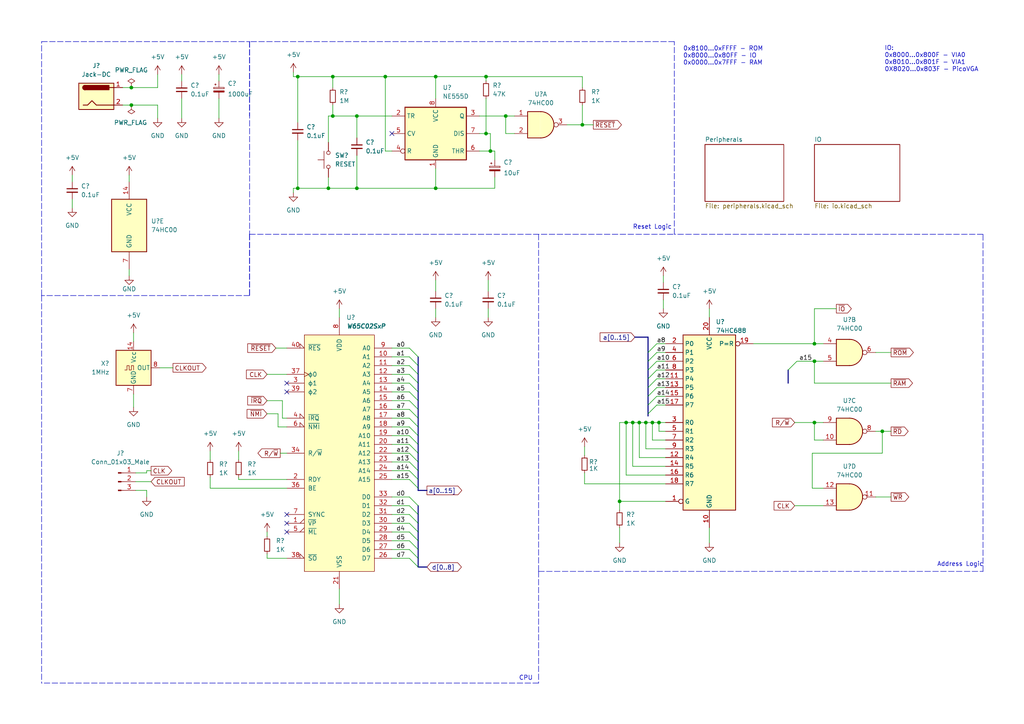
<source format=kicad_sch>
(kicad_sch (version 20211123) (generator eeschema)
  (paper "A4")
  (lib_symbols
    (symbol "65xx:W65C02SxP" (pin_names (offset 1.016))
      (property "Reference" "U" (at -10.16 35.56 0))
      (property "Value" "W65C02SxP" (at 0 0 90))
      (symbol "W65C02SxP_0_1"
        (rectangle (start -10.16 34.29) (end 10.16 -34.29) (fill (type background)))
      )
      (symbol "W65C02SxP_1_1"
        (pin output output_low (at -15.24 -20.32 0) (length 5.08) (name "~{VP}") (number "1"))
        (pin tri_state line (at 15.24 27.94 180) (length 5.08) (name "A1") (number "10"))
        (pin tri_state line (at 15.24 25.4 180) (length 5.08) (name "A2") (number "11"))
        (pin tri_state line (at 15.24 22.86 180) (length 5.08) (name "A3") (number "12"))
        (pin tri_state line (at 15.24 20.32 180) (length 5.08) (name "A4") (number "13"))
        (pin tri_state line (at 15.24 17.78 180) (length 5.08) (name "A5") (number "14"))
        (pin tri_state line (at 15.24 15.24 180) (length 5.08) (name "A6") (number "15"))
        (pin tri_state line (at 15.24 12.7 180) (length 5.08) (name "A7") (number "16"))
        (pin tri_state line (at 15.24 10.16 180) (length 5.08) (name "A8") (number "17"))
        (pin tri_state line (at 15.24 7.62 180) (length 5.08) (name "A9") (number "18"))
        (pin tri_state line (at 15.24 5.08 180) (length 5.08) (name "A10") (number "19"))
        (pin open_collector line (at -15.24 -7.62 0) (length 5.08) (name "RDY") (number "2"))
        (pin tri_state line (at 15.24 2.54 180) (length 5.08) (name "A11") (number "20"))
        (pin power_in line (at 0 -39.37 90) (length 5.08) (name "VSS") (number "21"))
        (pin tri_state line (at 15.24 0 180) (length 5.08) (name "A12") (number "22"))
        (pin tri_state line (at 15.24 -2.54 180) (length 5.08) (name "A13") (number "23"))
        (pin tri_state line (at 15.24 -5.08 180) (length 5.08) (name "A14") (number "24"))
        (pin tri_state line (at 15.24 -7.62 180) (length 5.08) (name "A15") (number "25"))
        (pin bidirectional line (at 15.24 -30.48 180) (length 5.08) (name "D7") (number "26"))
        (pin bidirectional line (at 15.24 -27.94 180) (length 5.08) (name "D6") (number "27"))
        (pin bidirectional line (at 15.24 -25.4 180) (length 5.08) (name "D5") (number "28"))
        (pin bidirectional line (at 15.24 -22.86 180) (length 5.08) (name "D4") (number "29"))
        (pin output line (at -15.24 20.32 0) (length 5.08) (name "ϕ1") (number "3"))
        (pin bidirectional line (at 15.24 -20.32 180) (length 5.08) (name "D3") (number "30"))
        (pin bidirectional line (at 15.24 -17.78 180) (length 5.08) (name "D2") (number "31"))
        (pin bidirectional line (at 15.24 -15.24 180) (length 5.08) (name "D1") (number "32"))
        (pin bidirectional line (at 15.24 -12.7 180) (length 5.08) (name "D0") (number "33"))
        (pin tri_state line (at -15.24 0 0) (length 5.08) (name "R/~{W}") (number "34"))
        (pin no_connect non_logic (at -10.16 -27.94 0) (length 2.54) hide (name "nc") (number "35"))
        (pin input line (at -15.24 -10.16 0) (length 5.08) (name "BE") (number "36"))
        (pin input clock (at -15.24 22.86 0) (length 5.08) (name "ϕ0") (number "37"))
        (pin input input_low (at -15.24 -30.48 0) (length 5.08) (name "~{SO}") (number "38"))
        (pin output line (at -15.24 17.78 0) (length 5.08) (name "ϕ2") (number "39"))
        (pin input input_low (at -15.24 10.16 0) (length 5.08) (name "~{IRQ}") (number "4"))
        (pin input input_low (at -15.24 30.48 0) (length 5.08) (name "~{RES}") (number "40"))
        (pin output output_low (at -15.24 -22.86 0) (length 5.08) (name "~{ML}") (number "5"))
        (pin input input_low (at -15.24 7.62 0) (length 5.08) (name "~{NMI}") (number "6"))
        (pin output line (at -15.24 -17.78 0) (length 5.08) (name "SYNC") (number "7"))
        (pin power_in line (at 0 39.37 270) (length 5.08) (name "VDD") (number "8"))
        (pin tri_state line (at 15.24 30.48 180) (length 5.08) (name "A0") (number "9"))
      )
    )
    (symbol "74xx:74HC00" (pin_names (offset 1.016))
      (property "Reference" "U" (at 0 1.27 0))
      (property "Value" "74HC00" (at 0 -1.27 0))
      (symbol "74HC00_1_1"
        (arc (start 0 -3.81) (mid 3.81 0) (end 0 3.81) (stroke (width 0.254)) (fill (type background)))
        (polyline (pts (xy 0 3.81) (xy -3.81 3.81) (xy -3.81 -3.81) (xy 0 -3.81)) (stroke (width 0.254)) (fill (type background)))
        (pin input line (at -7.62 2.54 0) (length 3.81) (name "~") (number "1"))
        (pin input line (at -7.62 -2.54 0) (length 3.81) (name "~") (number "2"))
        (pin output inverted (at 7.62 0 180) (length 3.81) (name "~") (number "3"))
      )
      (symbol "74HC00_1_2"
        (arc (start -3.81 -3.81) (mid -2.589 0) (end -3.81 3.81) (stroke (width 0.254)))
        (arc (start -0.6096 -3.81) (mid 2.1842 -2.5851) (end 3.81 0) (stroke (width 0.254)) (fill (type background)))
        (polyline (pts (xy -3.81 -3.81) (xy -0.635 -3.81)) (stroke (width 0.254)) (fill (type background)))
        (polyline (pts (xy -3.81 3.81) (xy -0.635 3.81)) (stroke (width 0.254)) (fill (type background)))
        (polyline (pts (xy -0.635 3.81) (xy -3.81 3.81) (xy -3.81 3.81) (xy -3.556 3.4036) (xy -3.0226 2.2606) (xy -2.6924 1.0414) (xy -2.6162 -0.254) (xy -2.7686 -1.4986) (xy -3.175 -2.7178) (xy -3.81 -3.81) (xy -3.81 -3.81) (xy -0.635 -3.81)) (stroke (width -25.4)) (fill (type background)))
        (arc (start 3.81 0) (mid 2.1915 2.5936) (end -0.6096 3.81) (stroke (width 0.254)) (fill (type background)))
        (pin input inverted (at -7.62 2.54 0) (length 4.318) (name "~") (number "1"))
        (pin input inverted (at -7.62 -2.54 0) (length 4.318) (name "~") (number "2"))
        (pin output line (at 7.62 0 180) (length 3.81) (name "~") (number "3"))
      )
      (symbol "74HC00_2_1"
        (arc (start 0 -3.81) (mid 3.81 0) (end 0 3.81) (stroke (width 0.254)) (fill (type background)))
        (polyline (pts (xy 0 3.81) (xy -3.81 3.81) (xy -3.81 -3.81) (xy 0 -3.81)) (stroke (width 0.254)) (fill (type background)))
        (pin input line (at -7.62 2.54 0) (length 3.81) (name "~") (number "4"))
        (pin input line (at -7.62 -2.54 0) (length 3.81) (name "~") (number "5"))
        (pin output inverted (at 7.62 0 180) (length 3.81) (name "~") (number "6"))
      )
      (symbol "74HC00_2_2"
        (arc (start -3.81 -3.81) (mid -2.589 0) (end -3.81 3.81) (stroke (width 0.254)))
        (arc (start -0.6096 -3.81) (mid 2.1842 -2.5851) (end 3.81 0) (stroke (width 0.254)) (fill (type background)))
        (polyline (pts (xy -3.81 -3.81) (xy -0.635 -3.81)) (stroke (width 0.254)) (fill (type background)))
        (polyline (pts (xy -3.81 3.81) (xy -0.635 3.81)) (stroke (width 0.254)) (fill (type background)))
        (polyline (pts (xy -0.635 3.81) (xy -3.81 3.81) (xy -3.81 3.81) (xy -3.556 3.4036) (xy -3.0226 2.2606) (xy -2.6924 1.0414) (xy -2.6162 -0.254) (xy -2.7686 -1.4986) (xy -3.175 -2.7178) (xy -3.81 -3.81) (xy -3.81 -3.81) (xy -0.635 -3.81)) (stroke (width -25.4)) (fill (type background)))
        (arc (start 3.81 0) (mid 2.1915 2.5936) (end -0.6096 3.81) (stroke (width 0.254)) (fill (type background)))
        (pin input inverted (at -7.62 2.54 0) (length 4.318) (name "~") (number "4"))
        (pin input inverted (at -7.62 -2.54 0) (length 4.318) (name "~") (number "5"))
        (pin output line (at 7.62 0 180) (length 3.81) (name "~") (number "6"))
      )
      (symbol "74HC00_3_1"
        (arc (start 0 -3.81) (mid 3.81 0) (end 0 3.81) (stroke (width 0.254)) (fill (type background)))
        (polyline (pts (xy 0 3.81) (xy -3.81 3.81) (xy -3.81 -3.81) (xy 0 -3.81)) (stroke (width 0.254)) (fill (type background)))
        (pin input line (at -7.62 -2.54 0) (length 3.81) (name "~") (number "10"))
        (pin output inverted (at 7.62 0 180) (length 3.81) (name "~") (number "8"))
        (pin input line (at -7.62 2.54 0) (length 3.81) (name "~") (number "9"))
      )
      (symbol "74HC00_3_2"
        (arc (start -3.81 -3.81) (mid -2.589 0) (end -3.81 3.81) (stroke (width 0.254)))
        (arc (start -0.6096 -3.81) (mid 2.1842 -2.5851) (end 3.81 0) (stroke (width 0.254)) (fill (type background)))
        (polyline (pts (xy -3.81 -3.81) (xy -0.635 -3.81)) (stroke (width 0.254)) (fill (type background)))
        (polyline (pts (xy -3.81 3.81) (xy -0.635 3.81)) (stroke (width 0.254)) (fill (type background)))
        (polyline (pts (xy -0.635 3.81) (xy -3.81 3.81) (xy -3.81 3.81) (xy -3.556 3.4036) (xy -3.0226 2.2606) (xy -2.6924 1.0414) (xy -2.6162 -0.254) (xy -2.7686 -1.4986) (xy -3.175 -2.7178) (xy -3.81 -3.81) (xy -3.81 -3.81) (xy -0.635 -3.81)) (stroke (width -25.4)) (fill (type background)))
        (arc (start 3.81 0) (mid 2.1915 2.5936) (end -0.6096 3.81) (stroke (width 0.254)) (fill (type background)))
        (pin input inverted (at -7.62 -2.54 0) (length 4.318) (name "~") (number "10"))
        (pin output line (at 7.62 0 180) (length 3.81) (name "~") (number "8"))
        (pin input inverted (at -7.62 2.54 0) (length 4.318) (name "~") (number "9"))
      )
      (symbol "74HC00_4_1"
        (arc (start 0 -3.81) (mid 3.81 0) (end 0 3.81) (stroke (width 0.254)) (fill (type background)))
        (polyline (pts (xy 0 3.81) (xy -3.81 3.81) (xy -3.81 -3.81) (xy 0 -3.81)) (stroke (width 0.254)) (fill (type background)))
        (pin output inverted (at 7.62 0 180) (length 3.81) (name "~") (number "11"))
        (pin input line (at -7.62 2.54 0) (length 3.81) (name "~") (number "12"))
        (pin input line (at -7.62 -2.54 0) (length 3.81) (name "~") (number "13"))
      )
      (symbol "74HC00_4_2"
        (arc (start -3.81 -3.81) (mid -2.589 0) (end -3.81 3.81) (stroke (width 0.254)))
        (arc (start -0.6096 -3.81) (mid 2.1842 -2.5851) (end 3.81 0) (stroke (width 0.254)) (fill (type background)))
        (polyline (pts (xy -3.81 -3.81) (xy -0.635 -3.81)) (stroke (width 0.254)) (fill (type background)))
        (polyline (pts (xy -3.81 3.81) (xy -0.635 3.81)) (stroke (width 0.254)) (fill (type background)))
        (polyline (pts (xy -0.635 3.81) (xy -3.81 3.81) (xy -3.81 3.81) (xy -3.556 3.4036) (xy -3.0226 2.2606) (xy -2.6924 1.0414) (xy -2.6162 -0.254) (xy -2.7686 -1.4986) (xy -3.175 -2.7178) (xy -3.81 -3.81) (xy -3.81 -3.81) (xy -0.635 -3.81)) (stroke (width -25.4)) (fill (type background)))
        (arc (start 3.81 0) (mid 2.1915 2.5936) (end -0.6096 3.81) (stroke (width 0.254)) (fill (type background)))
        (pin output line (at 7.62 0 180) (length 3.81) (name "~") (number "11"))
        (pin input inverted (at -7.62 2.54 0) (length 4.318) (name "~") (number "12"))
        (pin input inverted (at -7.62 -2.54 0) (length 4.318) (name "~") (number "13"))
      )
      (symbol "74HC00_5_0"
        (pin power_in line (at 0 12.7 270) (length 5.08) (name "VCC") (number "14"))
        (pin power_in line (at 0 -12.7 90) (length 5.08) (name "GND") (number "7"))
      )
      (symbol "74HC00_5_1"
        (rectangle (start -5.08 7.62) (end 5.08 -7.62) (stroke (width 0.254)) (fill (type background)))
      )
    )
    (symbol "74xx:74HC688"
      (property "Reference" "U" (at -7.62 26.67 0))
      (property "Value" "74HC688" (at -7.62 -26.67 0))
      (symbol "74HC688_1_0"
        (pin input inverted (at -12.7 -22.86 0) (length 5.08) (name "G") (number "1"))
        (pin power_in line (at 0 -30.48 90) (length 5.08) (name "GND") (number "10"))
        (pin input line (at -12.7 12.7 0) (length 5.08) (name "P4") (number "11"))
        (pin input line (at -12.7 -10.16 0) (length 5.08) (name "R4") (number "12"))
        (pin input line (at -12.7 10.16 0) (length 5.08) (name "P5") (number "13"))
        (pin input line (at -12.7 -12.7 0) (length 5.08) (name "R5") (number "14"))
        (pin input line (at -12.7 7.62 0) (length 5.08) (name "P6") (number "15"))
        (pin input line (at -12.7 -15.24 0) (length 5.08) (name "R6") (number "16"))
        (pin input line (at -12.7 5.08 0) (length 5.08) (name "P7") (number "17"))
        (pin input line (at -12.7 -17.78 0) (length 5.08) (name "R7") (number "18"))
        (pin output inverted (at 12.7 22.86 180) (length 5.08) (name "P=R") (number "19"))
        (pin input line (at -12.7 22.86 0) (length 5.08) (name "P0") (number "2"))
        (pin power_in line (at 0 30.48 270) (length 5.08) (name "VCC") (number "20"))
        (pin input line (at -12.7 0 0) (length 5.08) (name "R0") (number "3"))
        (pin input line (at -12.7 20.32 0) (length 5.08) (name "P1") (number "4"))
        (pin input line (at -12.7 -2.54 0) (length 5.08) (name "R1") (number "5"))
        (pin input line (at -12.7 17.78 0) (length 5.08) (name "P2") (number "6"))
        (pin input line (at -12.7 -5.08 0) (length 5.08) (name "R2") (number "7"))
        (pin input line (at -12.7 15.24 0) (length 5.08) (name "P3") (number "8"))
        (pin input line (at -12.7 -7.62 0) (length 5.08) (name "R3") (number "9"))
      )
      (symbol "74HC688_1_1"
        (rectangle (start -7.62 25.4) (end 7.62 -25.4) (stroke (width 0.254)) (fill (type background)))
      )
    )
    (symbol "Connector:Conn_01x03_Male" (pin_names (offset 1.016) hide)
      (property "Reference" "J" (at 0 5.08 0))
      (property "Value" "Conn_01x03_Male" (at 0 -5.08 0))
      (symbol "Conn_01x03_Male_1_1"
        (polyline (pts (xy 1.27 -2.54) (xy 0.8636 -2.54)) (stroke (width 0.1524)))
        (polyline (pts (xy 1.27 0) (xy 0.8636 0)) (stroke (width 0.1524)))
        (polyline (pts (xy 1.27 2.54) (xy 0.8636 2.54)) (stroke (width 0.1524)))
        (rectangle (start 0.8636 -2.413) (end 0 -2.667) (stroke (width 0.1524)) (fill (type outline)))
        (rectangle (start 0.8636 0.127) (end 0 -0.127) (stroke (width 0.1524)) (fill (type outline)))
        (rectangle (start 0.8636 2.667) (end 0 2.413) (stroke (width 0.1524)) (fill (type outline)))
        (pin passive line (at 5.08 2.54 180) (length 3.81) (name "Pin_1") (number "1"))
        (pin passive line (at 5.08 0 180) (length 3.81) (name "Pin_2") (number "2"))
        (pin passive line (at 5.08 -2.54 180) (length 3.81) (name "Pin_3") (number "3"))
      )
    )
    (symbol "Connector:Jack-DC" (pin_names (offset 1.016))
      (property "Reference" "J" (at 0 5.334 0))
      (property "Value" "Jack-DC" (at 0 -5.08 0))
      (symbol "Jack-DC_0_1"
        (rectangle (start -5.08 3.81) (end 5.08 -3.81) (stroke (width 0.254)) (fill (type background)))
        (arc (start -3.302 3.175) (mid -3.937 2.54) (end -3.302 1.905) (stroke (width 0.254)))
        (arc (start -3.302 3.175) (mid -3.937 2.54) (end -3.302 1.905) (stroke (width 0.254)) (fill (type outline)))
        (polyline (pts (xy 5.08 2.54) (xy 3.81 2.54)) (stroke (width 0.254)))
        (polyline (pts (xy -3.81 -2.54) (xy -2.54 -2.54) (xy -1.27 -1.27) (xy 0 -2.54) (xy 2.54 -2.54) (xy 5.08 -2.54)) (stroke (width 0.254)))
        (rectangle (start 3.683 3.175) (end -3.302 1.905) (stroke (width 0.254)) (fill (type outline)))
      )
      (symbol "Jack-DC_1_1"
        (pin passive line (at 7.62 2.54 180) (length 2.54) (name "~") (number "1"))
        (pin passive line (at 7.62 -2.54 180) (length 2.54) (name "~") (number "2"))
      )
    )
    (symbol "Device:C_Polarized_Small" (pin_numbers hide) (pin_names (offset 0.254) hide)
      (property "Reference" "C" (at 0.254 1.778 0))
      (property "Value" "C_Polarized_Small" (at 0.254 -2.032 0))
      (symbol "C_Polarized_Small_0_1"
        (rectangle (start -1.524 -0.3048) (end 1.524 -0.6858) (fill (type outline)))
        (rectangle (start -1.524 0.6858) (end 1.524 0.3048))
        (polyline (pts (xy -1.27 1.524) (xy -0.762 1.524)))
        (polyline (pts (xy -1.016 1.27) (xy -1.016 1.778)))
      )
      (symbol "C_Polarized_Small_1_1"
        (pin passive line (at 0 2.54 270) (length 1.8542) (name "~") (number "1"))
        (pin passive line (at 0 -2.54 90) (length 1.8542) (name "~") (number "2"))
      )
    )
    (symbol "Device:C_Small" (pin_numbers hide) (pin_names (offset 0.254) hide)
      (property "Reference" "C" (at 0.254 1.778 0))
      (property "Value" "C_Small" (at 0.254 -2.032 0))
      (symbol "C_Small_0_1"
        (polyline (pts (xy -1.524 -0.508) (xy 1.524 -0.508)) (stroke (width 0.3302)))
        (polyline (pts (xy -1.524 0.508) (xy 1.524 0.508)) (stroke (width 0.3048)))
      )
      (symbol "C_Small_1_1"
        (pin passive line (at 0 2.54 270) (length 2.032) (name "~") (number "1"))
        (pin passive line (at 0 -2.54 90) (length 2.032) (name "~") (number "2"))
      )
    )
    (symbol "Device:R_Small" (pin_numbers hide) (pin_names (offset 0.254) hide)
      (property "Reference" "R" (at 0.762 0.508 0))
      (property "Value" "R_Small" (at 0.762 -1.016 0))
      (symbol "R_Small_0_1"
        (rectangle (start -0.762 1.778) (end 0.762 -1.778) (stroke (width 0.2032)))
      )
      (symbol "R_Small_1_1"
        (pin passive line (at 0 2.54 270) (length 0.762) (name "~") (number "1"))
        (pin passive line (at 0 -2.54 90) (length 0.762) (name "~") (number "2"))
      )
    )
    (symbol "Oscillator:ACO-xxxMHz" (pin_names (offset 0.254))
      (property "Reference" "X" (at -5.08 6.35 0))
      (property "Value" "ACO-xxxMHz" (at 1.27 -6.35 0))
      (symbol "ACO-xxxMHz_0_1"
        (rectangle (start -5.08 5.08) (end 5.08 -5.08) (stroke (width 0.254)) (fill (type background)))
        (polyline (pts (xy -2.54 -0.635) (xy -1.905 -0.635) (xy -1.905 0.635) (xy -1.27 0.635) (xy -1.27 -0.635) (xy -0.635 -0.635) (xy -0.635 0.635) (xy 0 0.635) (xy 0 -0.635)))
      )
      (symbol "ACO-xxxMHz_1_1"
        (pin no_connect line (at -7.62 0 0) (length 2.54) hide (name "NC") (number "1"))
        (pin power_in line (at 0 7.62 270) (length 2.54) (name "Vcc") (number "14"))
        (pin power_in line (at 0 -7.62 90) (length 2.54) (name "GND") (number "7"))
        (pin output line (at 7.62 0 180) (length 2.54) (name "OUT") (number "8"))
      )
    )
    (symbol "Switch:SW_Push" (pin_numbers hide) (pin_names (offset 1.016) hide)
      (property "Reference" "SW" (at 1.27 2.54 0))
      (property "Value" "SW_Push" (at 0 -1.524 0))
      (symbol "SW_Push_0_1"
        (circle (center -2.032 0) (radius 0.508))
        (polyline (pts (xy 0 1.27) (xy 0 3.048)))
        (polyline (pts (xy 2.54 1.27) (xy -2.54 1.27)))
        (circle (center 2.032 0) (radius 0.508))
        (pin passive line (at -5.08 0 0) (length 2.54) (name "1") (number "1"))
        (pin passive line (at 5.08 0 180) (length 2.54) (name "2") (number "2"))
      )
    )
    (symbol "Timer:NE555D"
      (property "Reference" "U" (at -10.16 8.89 0))
      (property "Value" "NE555D" (at 2.54 8.89 0))
      (symbol "NE555D_0_0"
        (pin power_in line (at 0 -10.16 90) (length 2.54) (name "GND") (number "1"))
        (pin power_in line (at 0 10.16 270) (length 2.54) (name "VCC") (number "8"))
      )
      (symbol "NE555D_0_1"
        (rectangle (start -8.89 -7.62) (end 8.89 7.62) (stroke (width 0.254)) (fill (type background)))
        (rectangle (start -8.89 -7.62) (end 8.89 7.62) (stroke (width 0.254)) (fill (type background)))
      )
      (symbol "NE555D_1_1"
        (pin input line (at -12.7 5.08 0) (length 3.81) (name "TR") (number "2"))
        (pin output line (at 12.7 5.08 180) (length 3.81) (name "Q") (number "3"))
        (pin input inverted (at -12.7 -5.08 0) (length 3.81) (name "R") (number "4"))
        (pin input line (at -12.7 0 0) (length 3.81) (name "CV") (number "5"))
        (pin input line (at 12.7 -5.08 180) (length 3.81) (name "THR") (number "6"))
        (pin input line (at 12.7 0 180) (length 3.81) (name "DIS") (number "7"))
      )
    )
    (symbol "power:+5V" (power) (pin_names (offset 0))
      (property "Value" "+5V" (at 0 3.556 0))
      (symbol "+5V_0_1"
        (polyline (pts (xy -0.762 1.27) (xy 0 2.54)))
        (polyline (pts (xy 0 0) (xy 0 2.54)))
        (polyline (pts (xy 0 2.54) (xy 0.762 1.27)))
      )
      (symbol "+5V_1_1"
        (pin power_in line (at 0 0 90) (length 0) hide (name "+5V") (number "1"))
      )
    )
    (symbol "power:GND" (power) (pin_names (offset 0))
      (property "Value" "GND" (at 0 -3.81 0))
      (symbol "GND_0_1"
        (polyline (pts (xy 0 0) (xy 0 -1.27) (xy 1.27 -1.27) (xy 0 -2.54) (xy -1.27 -1.27) (xy 0 -1.27)))
      )
      (symbol "GND_1_1"
        (pin power_in line (at 0 0 270) (length 0) hide (name "GND") (number "1"))
      )
    )
    (symbol "power:PWR_FLAG" (power) (pin_numbers hide) (pin_names (offset 0) hide)
      (property "Value" "PWR_FLAG" (at 0 3.81 0))
      (symbol "PWR_FLAG_0_0"
        (pin power_out line (at 0 0 90) (length 0) (name "pwr") (number "1"))
      )
      (symbol "PWR_FLAG_0_1"
        (polyline (pts (xy 0 0) (xy 0 1.27) (xy -1.016 1.905) (xy 0 2.54) (xy 1.016 1.905) (xy 0 1.27)))
      )
    )
  )
  (junction (at 95.25 54.61))
  (junction (at 168.91 36.195))
  (junction (at 126.365 22.225))
  (junction (at 236.22 99.695))
  (junction (at 103.505 33.655))
  (junction (at 146.685 33.655))
  (junction (at 187.325 122.555))
  (junction (at 181.61 122.555))
  (junction (at 103.505 54.61))
  (junction (at 126.365 54.61))
  (junction (at 183.515 122.555))
  (junction (at 191.135 122.555))
  (junction (at 140.97 22.225))
  (junction (at 189.23 122.555))
  (junction (at 142.24 43.815))
  (junction (at 86.36 22.225))
  (junction (at 255.905 125.095))
  (junction (at 185.42 122.555))
  (junction (at 96.52 22.225))
  (junction (at 236.22 104.775))
  (junction (at 140.97 38.735))
  (junction (at 96.52 33.655))
  (junction (at 179.705 145.415))
  (junction (at 38.1 25.4))
  (junction (at 86.36 54.61))
  (junction (at 111.76 22.225))
  (junction (at 38.1 30.48))
  (junction (at 236.22 122.555))
  (no_connect (at 83.185 149.225))
  (no_connect (at 83.185 151.765))
  (no_connect (at 83.185 154.305))
  (no_connect (at 83.185 111.125))
  (no_connect (at 83.185 113.665))
  (no_connect (at 113.665 38.735))
  (bus_entry (at 187.96 120.015) (size 2.54 -2.54))
  (bus_entry (at 231.14 104.775) (size -2.54 2.54))
  (bus_entry (at 118.745 159.385) (size 2.54 2.54))
  (bus_entry (at 118.745 161.925) (size 2.54 2.54))
  (bus_entry (at 118.745 144.145) (size 2.54 2.54))
  (bus_entry (at 118.745 146.685) (size 2.54 2.54))
  (bus_entry (at 118.745 149.225) (size 2.54 2.54))
  (bus_entry (at 118.745 151.765) (size 2.54 2.54))
  (bus_entry (at 118.745 156.845) (size 2.54 2.54))
  (bus_entry (at 118.745 154.305) (size 2.54 2.54))
  (bus_entry (at 187.96 104.775) (size 2.54 -2.54))
  (bus_entry (at 187.96 107.315) (size 2.54 -2.54))
  (bus_entry (at 187.96 109.855) (size 2.54 -2.54))
  (bus_entry (at 187.96 112.395) (size 2.54 -2.54))
  (bus_entry (at 187.96 117.475) (size 2.54 -2.54))
  (bus_entry (at 187.96 114.935) (size 2.54 -2.54))
  (bus_entry (at 118.745 103.505) (size 2.54 2.54))
  (bus_entry (at 118.745 106.045) (size 2.54 2.54))
  (bus_entry (at 118.745 108.585) (size 2.54 2.54))
  (bus_entry (at 118.745 111.125) (size 2.54 2.54))
  (bus_entry (at 118.745 100.965) (size 2.54 2.54))
  (bus_entry (at 118.745 113.665) (size 2.54 2.54))
  (bus_entry (at 118.745 116.205) (size 2.54 2.54))
  (bus_entry (at 118.745 118.745) (size 2.54 2.54))
  (bus_entry (at 118.745 121.285) (size 2.54 2.54))
  (bus_entry (at 118.745 123.825) (size 2.54 2.54))
  (bus_entry (at 118.745 126.365) (size 2.54 2.54))
  (bus_entry (at 118.745 128.905) (size 2.54 2.54))
  (bus_entry (at 118.745 131.445) (size 2.54 2.54))
  (bus_entry (at 118.745 133.985) (size 2.54 2.54))
  (bus_entry (at 118.745 136.525) (size 2.54 2.54))
  (bus_entry (at 118.745 139.065) (size 2.54 2.54))
  (bus_entry (at 187.96 102.235) (size 2.54 -2.54))
  (wire (pts (xy 140.97 23.495) (xy 140.97 22.225)))
  (wire (pts (xy 113.665 111.125) (xy 118.745 111.125)))
  (bus (pts (xy 121.285 141.605) (xy 121.285 142.24)))
  (wire (pts (xy 168.91 25.4) (xy 168.91 22.225)))
  (wire (pts (xy 242.57 89.535) (xy 236.22 89.535)))
  (wire (pts (xy 143.51 54.61) (xy 126.365 54.61)))
  (wire (pts (xy 146.685 33.655) (xy 149.225 33.655)))
  (wire (pts (xy 190.5 102.235) (xy 193.04 102.235)))
  (wire (pts (xy 113.665 118.745) (xy 118.745 118.745)))
  (bus (pts (xy 187.96 114.935) (xy 187.96 117.475)))
  (wire (pts (xy 113.665 106.045) (xy 118.745 106.045)))
  (wire (pts (xy 169.545 140.335) (xy 169.545 137.16)))
  (polyline (pts (xy 72.39 12.065) (xy 72.39 67.945)))
  (wire (pts (xy 236.22 104.775) (xy 236.22 111.125)))
  (bus (pts (xy 121.285 161.925) (xy 121.285 164.465)))
  (wire (pts (xy 190.5 107.315) (xy 193.04 107.315)))
  (bus (pts (xy 121.285 164.465) (xy 123.825 164.465)))
  (wire (pts (xy 192.405 86.995) (xy 192.405 89.535)))
  (wire (pts (xy 60.96 138.43) (xy 60.96 141.605)))
  (wire (pts (xy 140.97 22.225) (xy 126.365 22.225)))
  (wire (pts (xy 37.465 78.105) (xy 37.465 80.01)))
  (wire (pts (xy 35.56 25.4) (xy 38.1 25.4)))
  (wire (pts (xy 113.665 131.445) (xy 118.745 131.445)))
  (bus (pts (xy 121.285 133.985) (xy 121.285 136.525)))
  (wire (pts (xy 190.5 99.695) (xy 193.04 99.695)))
  (bus (pts (xy 121.285 136.525) (xy 121.285 139.065)))
  (wire (pts (xy 45.72 21.59) (xy 45.72 25.4)))
  (wire (pts (xy 63.5 28.575) (xy 63.5 34.29)))
  (bus (pts (xy 121.285 103.505) (xy 121.285 106.045)))
  (bus (pts (xy 121.285 139.065) (xy 121.285 141.605)))
  (wire (pts (xy 190.5 112.395) (xy 193.04 112.395)))
  (wire (pts (xy 142.24 38.735) (xy 142.24 43.815)))
  (wire (pts (xy 185.42 132.715) (xy 185.42 122.555)))
  (wire (pts (xy 95.25 33.655) (xy 96.52 33.655)))
  (wire (pts (xy 81.915 121.285) (xy 81.915 116.205)))
  (wire (pts (xy 141.605 81.28) (xy 141.605 84.455)))
  (wire (pts (xy 43.815 136.525) (xy 42.545 136.525)))
  (wire (pts (xy 193.04 140.335) (xy 169.545 140.335)))
  (wire (pts (xy 139.065 38.735) (xy 140.97 38.735)))
  (wire (pts (xy 80.645 123.825) (xy 83.185 123.825)))
  (wire (pts (xy 140.97 38.735) (xy 142.24 38.735)))
  (wire (pts (xy 103.505 54.61) (xy 126.365 54.61)))
  (wire (pts (xy 168.91 22.225) (xy 140.97 22.225)))
  (bus (pts (xy 187.96 112.395) (xy 187.96 114.935)))
  (wire (pts (xy 230.505 146.685) (xy 238.76 146.685)))
  (wire (pts (xy 139.065 33.655) (xy 146.685 33.655)))
  (wire (pts (xy 81.28 131.445) (xy 83.185 131.445)))
  (wire (pts (xy 141.605 89.535) (xy 141.605 92.075)))
  (wire (pts (xy 140.97 28.575) (xy 140.97 38.735)))
  (wire (pts (xy 103.505 33.655) (xy 113.665 33.655)))
  (bus (pts (xy 184.15 97.79) (xy 187.96 97.79)))
  (wire (pts (xy 20.955 50.8) (xy 20.955 52.705)))
  (wire (pts (xy 185.42 122.555) (xy 183.515 122.555)))
  (wire (pts (xy 69.215 139.065) (xy 69.215 138.43)))
  (wire (pts (xy 86.36 35.56) (xy 86.36 22.225)))
  (wire (pts (xy 236.22 127.635) (xy 236.22 122.555)))
  (wire (pts (xy 77.47 120.015) (xy 80.645 120.015)))
  (polyline (pts (xy 72.39 67.945) (xy 72.39 85.725)))
  (wire (pts (xy 235.585 131.445) (xy 235.585 141.605)))
  (wire (pts (xy 126.365 28.575) (xy 126.365 22.225)))
  (bus (pts (xy 121.285 156.845) (xy 121.285 159.385)))
  (polyline (pts (xy 72.39 12.065) (xy 72.39 33.655)))
  (bus (pts (xy 121.285 142.24) (xy 123.825 142.24)))
  (wire (pts (xy 164.465 36.195) (xy 168.91 36.195)))
  (polyline (pts (xy 156.21 165.735) (xy 156.21 198.12)))
  (bus (pts (xy 187.96 120.015) (xy 187.96 120.65)))
  (wire (pts (xy 95.25 41.275) (xy 95.25 33.655)))
  (wire (pts (xy 113.665 128.905) (xy 118.745 128.905)))
  (polyline (pts (xy 12.065 12.065) (xy 72.39 12.065)))
  (wire (pts (xy 126.365 54.61) (xy 126.365 48.895)))
  (wire (pts (xy 113.665 123.825) (xy 118.745 123.825)))
  (wire (pts (xy 149.225 38.735) (xy 146.685 38.735)))
  (wire (pts (xy 103.505 33.655) (xy 103.505 40.005)))
  (wire (pts (xy 69.215 130.81) (xy 69.215 133.35)))
  (wire (pts (xy 42.545 137.16) (xy 39.37 137.16)))
  (wire (pts (xy 191.135 122.555) (xy 189.23 122.555)))
  (polyline (pts (xy 285.115 67.945) (xy 195.58 67.945)))
  (wire (pts (xy 77.47 108.585) (xy 83.185 108.585)))
  (wire (pts (xy 113.665 116.205) (xy 118.745 116.205)))
  (wire (pts (xy 52.705 21.59) (xy 52.705 23.495)))
  (bus (pts (xy 121.285 159.385) (xy 121.285 161.925)))
  (bus (pts (xy 121.285 146.685) (xy 121.285 149.225)))
  (bus (pts (xy 228.6 107.315) (xy 228.6 111.125)))
  (wire (pts (xy 52.705 28.575) (xy 52.705 34.29)))
  (wire (pts (xy 80.01 100.965) (xy 83.185 100.965)))
  (wire (pts (xy 98.425 170.815) (xy 98.425 175.26)))
  (wire (pts (xy 190.5 109.855) (xy 193.04 109.855)))
  (bus (pts (xy 121.285 126.365) (xy 121.285 128.905)))
  (wire (pts (xy 193.04 137.795) (xy 181.61 137.795)))
  (wire (pts (xy 20.955 57.785) (xy 20.955 60.325)))
  (wire (pts (xy 205.74 89.535) (xy 205.74 92.075)))
  (wire (pts (xy 113.665 146.685) (xy 118.745 146.685)))
  (wire (pts (xy 236.22 122.555) (xy 238.76 122.555)))
  (bus (pts (xy 121.285 116.205) (xy 121.285 118.745)))
  (wire (pts (xy 85.09 20.955) (xy 85.09 22.225)))
  (bus (pts (xy 121.285 131.445) (xy 121.285 133.985)))
  (wire (pts (xy 103.505 45.085) (xy 103.505 54.61)))
  (bus (pts (xy 121.285 121.285) (xy 121.285 123.825)))
  (wire (pts (xy 38.1 30.48) (xy 45.72 30.48)))
  (wire (pts (xy 254 125.095) (xy 255.905 125.095)))
  (wire (pts (xy 98.425 89.535) (xy 98.425 92.075)))
  (wire (pts (xy 35.56 30.48) (xy 38.1 30.48)))
  (wire (pts (xy 113.665 144.145) (xy 118.745 144.145)))
  (bus (pts (xy 187.96 109.855) (xy 187.96 112.395)))
  (wire (pts (xy 63.5 21.59) (xy 63.5 23.495)))
  (wire (pts (xy 179.705 145.415) (xy 179.705 147.955)))
  (bus (pts (xy 187.96 117.475) (xy 187.96 120.015)))
  (wire (pts (xy 189.23 122.555) (xy 187.325 122.555)))
  (wire (pts (xy 42.545 142.24) (xy 42.545 144.145)))
  (wire (pts (xy 142.24 43.815) (xy 139.065 43.815)))
  (wire (pts (xy 193.04 125.095) (xy 191.135 125.095)))
  (wire (pts (xy 85.09 54.61) (xy 86.36 54.61)))
  (wire (pts (xy 187.325 130.175) (xy 187.325 122.555)))
  (wire (pts (xy 113.665 151.765) (xy 118.745 151.765)))
  (wire (pts (xy 95.25 51.435) (xy 95.25 54.61)))
  (wire (pts (xy 181.61 137.795) (xy 181.61 122.555)))
  (wire (pts (xy 113.665 108.585) (xy 118.745 108.585)))
  (wire (pts (xy 193.04 122.555) (xy 191.135 122.555)))
  (wire (pts (xy 39.37 139.7) (xy 43.815 139.7)))
  (polyline (pts (xy 12.065 85.725) (xy 12.065 198.12)))
  (wire (pts (xy 190.5 114.935) (xy 193.04 114.935)))
  (wire (pts (xy 193.04 132.715) (xy 185.42 132.715)))
  (wire (pts (xy 169.545 129.54) (xy 169.545 132.08)))
  (wire (pts (xy 113.665 149.225) (xy 118.745 149.225)))
  (wire (pts (xy 146.685 38.735) (xy 146.685 33.655)))
  (bus (pts (xy 121.285 149.225) (xy 121.285 151.765)))
  (wire (pts (xy 205.74 153.035) (xy 205.74 157.48)))
  (wire (pts (xy 193.04 127.635) (xy 189.23 127.635)))
  (wire (pts (xy 113.665 100.965) (xy 118.745 100.965)))
  (wire (pts (xy 143.51 43.815) (xy 142.24 43.815)))
  (wire (pts (xy 190.5 104.775) (xy 193.04 104.775)))
  (wire (pts (xy 235.585 141.605) (xy 238.76 141.605)))
  (wire (pts (xy 96.52 22.225) (xy 96.52 25.4)))
  (wire (pts (xy 238.76 127.635) (xy 236.22 127.635)))
  (polyline (pts (xy 156.21 198.12) (xy 12.065 198.12)))
  (wire (pts (xy 193.04 135.255) (xy 183.515 135.255)))
  (wire (pts (xy 190.5 117.475) (xy 193.04 117.475)))
  (wire (pts (xy 236.22 104.775) (xy 238.76 104.775)))
  (wire (pts (xy 113.665 113.665) (xy 118.745 113.665)))
  (wire (pts (xy 38.735 96.52) (xy 38.735 99.06)))
  (wire (pts (xy 236.22 111.125) (xy 258.445 111.125)))
  (bus (pts (xy 187.96 102.235) (xy 187.96 104.775)))
  (polyline (pts (xy 195.58 67.945) (xy 195.58 12.065)))
  (wire (pts (xy 113.665 43.815) (xy 111.76 43.815)))
  (wire (pts (xy 96.52 33.655) (xy 103.505 33.655)))
  (wire (pts (xy 179.705 153.035) (xy 179.705 157.48)))
  (wire (pts (xy 77.47 154.305) (xy 77.47 155.575)))
  (wire (pts (xy 179.705 122.555) (xy 179.705 145.415)))
  (wire (pts (xy 113.665 159.385) (xy 118.745 159.385)))
  (bus (pts (xy 121.285 128.905) (xy 121.285 131.445)))
  (wire (pts (xy 95.25 54.61) (xy 103.505 54.61)))
  (wire (pts (xy 46.355 106.68) (xy 50.165 106.68)))
  (wire (pts (xy 39.37 142.24) (xy 42.545 142.24)))
  (wire (pts (xy 77.47 161.925) (xy 77.47 160.655)))
  (wire (pts (xy 38.1 25.4) (xy 45.72 25.4)))
  (wire (pts (xy 111.76 22.225) (xy 126.365 22.225)))
  (polyline (pts (xy 195.58 12.065) (xy 72.39 12.065)))
  (wire (pts (xy 96.52 30.48) (xy 96.52 33.655)))
  (wire (pts (xy 69.215 139.065) (xy 83.185 139.065)))
  (wire (pts (xy 255.905 125.095) (xy 258.445 125.095)))
  (wire (pts (xy 236.22 99.695) (xy 238.76 99.695)))
  (wire (pts (xy 231.14 104.775) (xy 236.22 104.775)))
  (polyline (pts (xy 72.39 85.725) (xy 12.065 85.725)))
  (wire (pts (xy 218.44 99.695) (xy 236.22 99.695)))
  (wire (pts (xy 183.515 135.255) (xy 183.515 122.555)))
  (wire (pts (xy 187.325 122.555) (xy 185.42 122.555)))
  (wire (pts (xy 113.665 154.305) (xy 118.745 154.305)))
  (wire (pts (xy 193.04 130.175) (xy 187.325 130.175)))
  (wire (pts (xy 143.51 46.355) (xy 143.51 43.815)))
  (wire (pts (xy 191.135 125.095) (xy 191.135 122.555)))
  (bus (pts (xy 121.285 113.665) (xy 121.285 116.205)))
  (bus (pts (xy 187.96 97.79) (xy 187.96 102.235)))
  (bus (pts (xy 121.285 123.825) (xy 121.285 126.365)))
  (wire (pts (xy 86.36 54.61) (xy 95.25 54.61)))
  (wire (pts (xy 181.61 122.555) (xy 179.705 122.555)))
  (wire (pts (xy 189.23 127.635) (xy 189.23 122.555)))
  (wire (pts (xy 38.735 114.3) (xy 38.735 118.11)))
  (wire (pts (xy 83.185 161.925) (xy 77.47 161.925)))
  (wire (pts (xy 81.915 121.285) (xy 83.185 121.285)))
  (polyline (pts (xy 72.39 67.945) (xy 72.39 85.725)))
  (bus (pts (xy 187.96 107.315) (xy 187.96 109.855)))
  (wire (pts (xy 192.405 80.01) (xy 192.405 81.915)))
  (bus (pts (xy 121.285 108.585) (xy 121.285 111.125)))
  (wire (pts (xy 143.51 51.435) (xy 143.51 54.61)))
  (wire (pts (xy 168.91 36.195) (xy 172.085 36.195)))
  (wire (pts (xy 255.905 125.095) (xy 255.905 131.445)))
  (wire (pts (xy 86.36 22.225) (xy 96.52 22.225)))
  (polyline (pts (xy 12.065 85.725) (xy 12.065 12.065)))
  (bus (pts (xy 187.96 104.775) (xy 187.96 107.315)))
  (wire (pts (xy 111.76 43.815) (xy 111.76 22.225)))
  (wire (pts (xy 183.515 122.555) (xy 181.61 122.555)))
  (polyline (pts (xy 156.21 67.945) (xy 156.21 165.735)))
  (bus (pts (xy 121.285 118.745) (xy 121.285 121.285)))
  (wire (pts (xy 254 144.145) (xy 258.445 144.145)))
  (wire (pts (xy 254 102.235) (xy 258.445 102.235)))
  (wire (pts (xy 126.365 81.28) (xy 126.365 84.455)))
  (wire (pts (xy 236.22 89.535) (xy 236.22 99.695)))
  (wire (pts (xy 80.645 120.015) (xy 80.645 123.825)))
  (wire (pts (xy 113.665 121.285) (xy 118.745 121.285)))
  (wire (pts (xy 85.09 22.225) (xy 86.36 22.225)))
  (wire (pts (xy 113.665 136.525) (xy 118.745 136.525)))
  (wire (pts (xy 126.365 89.535) (xy 126.365 92.075)))
  (bus (pts (xy 121.285 151.765) (xy 121.285 154.305)))
  (wire (pts (xy 96.52 22.225) (xy 111.76 22.225)))
  (wire (pts (xy 113.665 126.365) (xy 118.745 126.365)))
  (wire (pts (xy 77.47 116.205) (xy 81.915 116.205)))
  (wire (pts (xy 230.505 122.555) (xy 236.22 122.555)))
  (bus (pts (xy 121.285 106.045) (xy 121.285 108.585)))
  (wire (pts (xy 193.04 145.415) (xy 179.705 145.415)))
  (wire (pts (xy 113.665 139.065) (xy 118.745 139.065)))
  (wire (pts (xy 45.72 30.48) (xy 45.72 34.29)))
  (wire (pts (xy 113.665 103.505) (xy 118.745 103.505)))
  (wire (pts (xy 113.665 156.845) (xy 118.745 156.845)))
  (wire (pts (xy 85.09 54.61) (xy 85.09 55.88)))
  (bus (pts (xy 121.285 111.125) (xy 121.285 113.665)))
  (wire (pts (xy 60.96 130.81) (xy 60.96 133.35)))
  (wire (pts (xy 86.36 40.64) (xy 86.36 54.61)))
  (polyline (pts (xy 285.115 165.735) (xy 285.115 67.945)))
  (wire (pts (xy 37.465 50.8) (xy 37.465 52.705)))
  (wire (pts (xy 113.665 133.985) (xy 118.745 133.985)))
  (wire (pts (xy 42.545 136.525) (xy 42.545 137.16)))
  (polyline (pts (xy 156.21 165.735) (xy 285.115 165.735)))
  (wire (pts (xy 255.905 131.445) (xy 235.585 131.445)))
  (polyline (pts (xy 72.39 67.945) (xy 195.58 67.945)))
  (wire (pts (xy 60.96 141.605) (xy 83.185 141.605)))
  (wire (pts (xy 168.91 30.48) (xy 168.91 36.195)))
  (bus (pts (xy 121.285 154.305) (xy 121.285 156.845)))
  (wire (pts (xy 113.665 161.925) (xy 118.745 161.925)))
  (text "CPU" (at 150.495 197.485 0) (effects (font (size 1.27 1.27)) (justify left bottom)))
  (text "Address Logic" (at 271.78 164.465 0) (effects (font (size 1.27 1.27)) (justify left bottom)))
  (text "Reset Logic" (at 183.515 66.675 0) (effects (font (size 1.27 1.27)) (justify left bottom)))
  (text "0x8100...0xFFFF - ROM\n0x8000...0x80FF - IO\n0x0000...0x7FFF - RAM" (at 198.12 19.05 0) (effects (font (size 1.27 1.27)) (justify left bottom)))
  (text "IO:\n0x8000...0x800F - VIA0\n0x8010...0x801F - VIA1\n0X8020...0x803F - PicoVGA\n" (at 256.54 20.955 0) (effects (font (size 1.27 1.27)) (justify left bottom)))
  (label "a14" (at 114.935 136.525 0))
  (label "a15" (at 190.5 117.475 0))
  (label "a8" (at 190.5 99.695 0))
  (label "a6" (at 114.935 116.205 0))
  (label "a11" (at 190.5 107.315 0))
  (label "a9" (at 114.935 123.825 0))
  (label "a11" (at 114.935 128.905 0))
  (label "a14" (at 190.5 114.935 0))
  (label "d6" (at 114.935 159.385 0))
  (label "a9" (at 190.5 102.235 0))
  (label "a8" (at 114.935 121.285 0))
  (label "a3" (at 114.935 108.585 0))
  (label "a7" (at 114.935 118.745 0))
  (label "a12" (at 114.935 131.445 0))
  (label "d7" (at 114.935 161.925 0))
  (label "a10" (at 114.935 126.365 0))
  (label "d1" (at 114.935 146.685 0))
  (label "d4" (at 114.935 154.305 0))
  (label "a0" (at 114.935 100.965 0))
  (label "a13" (at 114.935 133.985 0))
  (label "a13" (at 190.5 112.395 0))
  (label "d5" (at 114.935 156.845 0))
  (label "a15" (at 114.935 139.065 0))
  (label "a1" (at 114.935 103.505 0))
  (label "a5" (at 114.935 113.665 0))
  (label "d0" (at 114.935 144.145 0))
  (label "a4" (at 114.935 111.125 0))
  (label "a10" (at 190.5 104.775 0))
  (label "a15" (at 231.775 104.775 0))
  (label "a2" (at 114.935 106.045 0))
  (label "d3" (at 114.935 151.765 0))
  (label "d2" (at 114.935 149.225 0))
  (label "a12" (at 190.5 109.855 0))
  (global_label "a[0..15]" (shape output) (at 123.825 142.24 0) (property "Intersheet References" "${INTERSHEET_REFS}" (effects hide)))
  (global_label "~{ROM}" (shape output) (at 258.445 102.235 0) (property "Intersheet References" "${INTERSHEET_REFS}" (effects hide)))
  (global_label "~{RESET}" (shape output) (at 172.085 36.195 0) (property "Intersheet References" "${INTERSHEET_REFS}" (effects hide)))
  (global_label "~{RAM}" (shape output) (at 258.445 111.125 0) (property "Intersheet References" "${INTERSHEET_REFS}" (effects hide)))
  (global_label "~{NMI}" (shape input) (at 77.47 120.015 180) (property "Intersheet References" "${INTERSHEET_REFS}" (effects hide)))
  (global_label "~{IO}" (shape output) (at 242.57 89.535 0) (property "Intersheet References" "${INTERSHEET_REFS}" (effects hide)))
  (global_label "d[0..8]" (shape bidirectional) (at 123.825 164.465 0) (property "Intersheet References" "${INTERSHEET_REFS}" (effects hide)))
  (global_label "~{RD}" (shape output) (at 258.445 125.095 0) (property "Intersheet References" "${INTERSHEET_REFS}" (effects hide)))
  (global_label "CLKOUT" (shape output) (at 50.165 106.68 0) (property "Intersheet References" "${INTERSHEET_REFS}" (effects hide)))
  (global_label "~{IRQ}" (shape input) (at 77.47 116.205 180) (property "Intersheet References" "${INTERSHEET_REFS}" (effects hide)))
  (global_label "a[0..15]" (shape input) (at 184.15 97.79 180) (property "Intersheet References" "${INTERSHEET_REFS}" (effects hide)))
  (global_label "CLK" (shape input) (at 230.505 146.685 180) (property "Intersheet References" "${INTERSHEET_REFS}" (effects hide)))
  (global_label "R{slash}~{W}" (shape input) (at 230.505 122.555 180) (property "Intersheet References" "${INTERSHEET_REFS}" (effects hide)))
  (global_label "~{RESET}" (shape input) (at 80.01 100.965 180) (property "Intersheet References" "${INTERSHEET_REFS}" (effects hide)))
  (global_label "CLKOUT" (shape input) (at 43.815 139.7 0) (property "Intersheet References" "${INTERSHEET_REFS}" (effects hide)))
  (global_label "~{WR}" (shape output) (at 258.445 144.145 0) (property "Intersheet References" "${INTERSHEET_REFS}" (effects hide)))
  (global_label "R{slash}~{W}" (shape output) (at 81.28 131.445 180) (property "Intersheet References" "${INTERSHEET_REFS}" (effects hide)))
  (global_label "CLK" (shape output) (at 43.815 136.525 0) (property "Intersheet References" "${INTERSHEET_REFS}" (effects hide)))
  (global_label "CLK" (shape input) (at 77.47 108.585 180) (property "Intersheet References" "${INTERSHEET_REFS}" (effects hide)))
  (symbol (lib_id "Device:C_Small") (at 103.505 42.545 0) (unit 1)
    (property "Reference" "C?" (at 106.045 41.275 0) (effects (justify left)))
    (property "Value" "0.1uF" (at 106.045 43.8212 0) (effects (justify left)))
  )
  (symbol (lib_id "power:+5V") (at 20.955 50.8 0) (unit 1)
    (property "Reference" "#PWR?" (effects hide))
    (property "Value" "+5V" (at 20.955 45.72 0))
  )
  (symbol (lib_id "power:GND") (at 179.705 157.48 0) (unit 1)
    (property "Reference" "#PWR?" (effects hide))
    (property "Value" "GND" (at 179.705 162.56 0))
  )
  (symbol (lib_id "Device:R_Small") (at 96.52 27.94 180) (unit 1)
    (property "Reference" "R?" (at 98.425 26.6699 0) (effects (justify right)))
    (property "Value" "1M" (at 98.425 29.2099 0) (effects (justify right)))
  )
  (symbol (lib_id "power:+5V") (at 45.72 21.59 0) (unit 1)
    (property "Reference" "#PWR?" (effects hide))
    (property "Value" "+5V" (at 45.72 16.51 0))
  )
  (symbol (lib_id "Connector:Jack-DC") (at 27.94 27.94 0) (unit 1)
    (property "Reference" "J?" (at 27.94 19.05 0))
    (property "Value" "Jack-DC" (at 27.94 21.59 0))
  )
  (symbol (lib_id "74xx:74HC00") (at 246.38 102.235 0) (unit 2)
    (property "Reference" "U?" (at 246.38 92.71 0))
    (property "Value" "74HC00" (at 246.38 95.25 0))
    (property "Datasheet" "http://www.ti.com/lit/gpn/sn74hc00" (effects hide))
  )
  (symbol (lib_id "power:+5V") (at 38.735 96.52 0) (unit 1)
    (property "Reference" "#PWR?" (effects hide))
    (property "Value" "+5V" (at 38.735 91.44 0))
  )
  (symbol (lib_id "power:+5V") (at 60.96 130.81 0) (unit 1)
    (property "Reference" "#PWR?" (effects hide))
    (property "Value" "+5V" (at 60.96 125.73 0))
  )
  (symbol (lib_id "power:+5V") (at 205.74 89.535 0) (unit 1)
    (property "Reference" "#PWR?" (effects hide))
    (property "Value" "+5V" (at 205.74 84.455 0))
  )
  (symbol (lib_id "Device:C_Small") (at 20.955 55.245 0) (unit 1)
    (property "Reference" "C?" (at 23.495 53.975 0) (effects (justify left)))
    (property "Value" "0.1uF" (at 23.495 56.5212 0) (effects (justify left)))
  )
  (symbol (lib_id "power:GND") (at 52.705 34.29 0) (unit 1)
    (property "Reference" "#PWR?" (effects hide))
    (property "Value" "GND" (at 52.705 39.37 0))
  )
  (symbol (lib_id "Timer:NE555D") (at 126.365 38.735 0) (unit 1)
    (property "Reference" "U?" (at 128.3844 25.4 0) (effects (justify left)))
    (property "Value" "NE555D" (at 128.3844 27.94 0) (effects (justify left)))
    (property "Footprint" "Package_SO:SOIC-8_3.9x4.9mm_P1.27mm" (effects hide))
    (property "Datasheet" "http://www.ti.com/lit/ds/symlink/ne555.pdf" (effects hide))
  )
  (symbol (lib_id "power:GND") (at 126.365 92.075 0) (unit 1)
    (property "Reference" "#PWR?" (effects hide))
    (property "Value" "GND" (at 126.365 97.155 0))
  )
  (symbol (lib_id "74xx:74HC00") (at 37.465 65.405 0) (unit 5)
    (property "Reference" "U?" (at 43.815 64.1349 0) (effects (justify left)))
    (property "Value" "74HC00" (at 43.815 66.6749 0) (effects (justify left)))
    (property "Datasheet" "http://www.ti.com/lit/gpn/sn74hc00" (effects hide))
  )
  (symbol (lib_id "power:GND") (at 98.425 175.26 0) (unit 1)
    (property "Reference" "#PWR?" (effects hide))
    (property "Value" "GND" (at 98.425 180.34 0))
  )
  (symbol (lib_id "Connector:Conn_01x03_Male") (at 34.29 139.7 0) (unit 1)
    (property "Reference" "J?" (at 34.925 131.445 0))
    (property "Value" "Conn_01x03_Male" (at 34.925 133.985 0))
    (property "Footprint" "Connector_PinHeader_2.54mm:PinHeader_1x03_P2.54mm_Vertical" (effects hide))
  )
  (symbol (lib_id "Device:C_Small") (at 192.405 84.455 0) (unit 1)
    (property "Reference" "C?" (at 194.945 83.185 0) (effects (justify left)))
    (property "Value" "0.1uF" (at 194.945 85.7312 0) (effects (justify left)))
  )
  (symbol (lib_id "power:+5V") (at 98.425 89.535 0) (unit 1)
    (property "Reference" "#PWR?" (effects hide))
    (property "Value" "+5V" (at 98.425 84.455 0))
  )
  (symbol (lib_id "Device:R_Small") (at 169.545 134.62 0) (unit 1)
    (property "Reference" "R?" (at 170.815 133.985 0) (effects (justify left)))
    (property "Value" "1K" (at 170.815 135.89 0) (effects (justify left)))
  )
  (symbol (lib_id "Switch:SW_Push") (at 95.25 46.355 90) (unit 1)
    (property "Reference" "SW?" (at 97.155 45.0849 90) (effects (justify right)))
    (property "Value" "RESET" (at 97.155 47.6249 90) (effects (justify right)))
  )
  (symbol (lib_id "power:GND") (at 205.74 157.48 0) (unit 1)
    (property "Reference" "#PWR?" (effects hide))
    (property "Value" "GND" (at 205.74 162.56 0))
  )
  (symbol (lib_id "power:+5V") (at 126.365 81.28 0) (unit 1)
    (property "Reference" "#PWR?" (effects hide))
    (property "Value" "+5V" (at 126.365 76.2 0))
  )
  (symbol (lib_id "Device:C_Polarized_Small") (at 143.51 48.895 0) (unit 1)
    (property "Reference" "C?" (at 146.05 47.0788 0) (effects (justify left)))
    (property "Value" "10uF" (at 146.05 50.165 0) (effects (justify left)))
  )
  (symbol (lib_id "power:GND") (at 141.605 92.075 0) (unit 1)
    (property "Reference" "#PWR?" (effects hide))
    (property "Value" "GND" (at 141.605 97.155 0))
  )
  (symbol (lib_id "74xx:74HC688") (at 205.74 122.555 0) (unit 1)
    (property "Reference" "U?" (at 208.915 93.345 0))
    (property "Value" "74HC688" (at 212.09 95.885 0))
    (property "Datasheet" "https://www.ti.com/lit/ds/symlink/cd54hc688.pdf" (effects hide))
  )
  (symbol (lib_id "power:GND") (at 63.5 34.29 0) (unit 1)
    (property "Reference" "#PWR?" (effects hide))
    (property "Value" "GND" (at 63.5 39.37 0))
  )
  (symbol (lib_id "Device:C_Small") (at 126.365 86.995 0) (unit 1)
    (property "Reference" "C?" (at 128.905 85.725 0) (effects (justify left)))
    (property "Value" "0.1uF" (at 128.905 88.2712 0) (effects (justify left)))
  )
  (symbol (lib_id "Device:R_Small") (at 60.96 135.89 0) (unit 1)
    (property "Reference" "R?" (at 63.5 134.6199 0) (effects (justify left)))
    (property "Value" "1K" (at 63.5 137.16 0) (effects (justify left)))
  )
  (symbol (lib_id "power:+5V") (at 52.705 21.59 0) (unit 1)
    (property "Reference" "#PWR?" (effects hide))
    (property "Value" "+5V" (at 52.705 16.51 0))
  )
  (symbol (lib_id "power:+5V") (at 85.09 20.955 0) (unit 1)
    (property "Reference" "#PWR?" (effects hide))
    (property "Value" "+5V" (at 85.09 15.875 0))
  )
  (symbol (lib_id "power:+5V") (at 77.47 154.305 0) (unit 1)
    (property "Reference" "#PWR?" (effects hide))
    (property "Value" "+5V" (at 77.47 149.225 0))
  )
  (symbol (lib_id "power:GND") (at 37.465 80.01 0) (unit 1)
    (property "Reference" "#PWR?" (effects hide))
    (property "Value" "GND" (at 37.465 83.82 0))
  )
  (symbol (lib_id "74xx:74HC00") (at 246.38 125.095 0) (unit 3)
    (property "Reference" "U?" (at 246.38 116.205 0))
    (property "Value" "74HC00" (at 246.38 118.745 0))
    (property "Datasheet" "http://www.ti.com/lit/gpn/sn74hc00" (effects hide))
  )
  (symbol (lib_id "74xx:74HC00") (at 156.845 36.195 0) (unit 1)
    (property "Reference" "U?" (at 156.845 27.305 0))
    (property "Value" "74HC00" (at 156.845 29.845 0))
    (property "Datasheet" "http://www.ti.com/lit/gpn/sn74hc00" (effects hide))
  )
  (symbol (lib_id "Device:C_Small") (at 141.605 86.995 0) (unit 1)
    (property "Reference" "C?" (at 144.145 85.725 0) (effects (justify left)))
    (property "Value" "0.1uF" (at 144.145 88.2712 0) (effects (justify left)))
  )
  (symbol (lib_id "Oscillator:ACO-xxxMHz") (at 38.735 106.68 0) (unit 1)
    (property "Reference" "X?" (at 31.75 105.4099 0) (effects (justify right)))
    (property "Value" "1MHz" (at 31.75 107.9499 0) (effects (justify right)))
    (property "Footprint" "Oscillator:Oscillator_DIP-14" (effects hide))
    (property "Datasheet" "http://www.conwin.com/datasheets/cx/cx030.pdf" (effects hide))
  )
  (symbol (lib_id "power:+5V") (at 169.545 129.54 0) (unit 1)
    (property "Reference" "#PWR?" (effects hide))
    (property "Value" "+5V" (at 169.545 124.46 0))
  )
  (symbol (lib_id "Device:R_Small") (at 179.705 150.495 0) (unit 1)
    (property "Reference" "R?" (at 181.61 149.2249 0) (effects (justify left)))
    (property "Value" "1K" (at 181.61 151.7649 0) (effects (justify left)))
  )
  (symbol (lib_id "Device:C_Small") (at 86.36 38.1 0) (unit 1)
    (property "Reference" "C?" (at 88.9 36.83 0) (effects (justify left)))
    (property "Value" "0.1uF" (at 88.9 39.3762 0) (effects (justify left)))
  )
  (symbol (lib_id "power:PWR_FLAG") (at 38.1 25.4 0) (unit 1)
    (property "Reference" "#FLG?" (effects hide))
    (property "Value" "PWR_FLAG" (at 38.1 20.32 0))
  )
  (symbol (lib_id "power:+5V") (at 192.405 80.01 0) (unit 1)
    (property "Reference" "#PWR?" (effects hide))
    (property "Value" "+5V" (at 192.405 74.93 0))
  )
  (symbol (lib_id "power:+5V") (at 141.605 81.28 0) (unit 1)
    (property "Reference" "#PWR?" (effects hide))
    (property "Value" "+5V" (at 141.605 76.2 0))
  )
  (symbol (lib_id "Device:R_Small") (at 140.97 26.035 180) (unit 1)
    (property "Reference" "R?" (at 142.875 24.7649 0) (effects (justify right)))
    (property "Value" "47K" (at 142.875 27.3049 0) (effects (justify right)))
  )
  (symbol (lib_id "power:+5V") (at 69.215 130.81 0) (unit 1)
    (property "Reference" "#PWR?" (effects hide))
    (property "Value" "+5V" (at 69.215 125.73 0))
  )
  (symbol (lib_id "power:+5V") (at 63.5 21.59 0) (unit 1)
    (property "Reference" "#PWR?" (effects hide))
    (property "Value" "+5V" (at 63.5 16.51 0))
  )
  (symbol (lib_id "65xx:W65C02SxP") (at 98.425 131.445 0) (unit 1)
    (property "Reference" "U?" (at 100.4444 92.075 0) (effects (justify left)))
    (property "Value" "W65C02SxP" (at 100.4444 94.615 0) (effects (font bold italic) (justify left)))
    (property "Footprint" "Package_DIP:DIP-40_W15.24mm_Socket_LongPads" (effects hide))
    (property "Datasheet" "http://www.westerndesigncenter.com/wdc/documentation/w65c02s.pdf" (effects hide))
  )
  (symbol (lib_id "power:PWR_FLAG") (at 38.1 30.48 180) (unit 1)
    (property "Reference" "#FLG?" (effects hide))
    (property "Value" "PWR_FLAG" (at 33.02 35.56 0) (effects (justify right)))
  )
  (symbol (lib_id "power:GND") (at 45.72 34.29 0) (unit 1)
    (property "Reference" "#PWR?" (effects hide))
    (property "Value" "GND" (at 45.72 39.37 0))
  )
  (symbol (lib_id "power:GND") (at 42.545 144.145 0) (unit 1)
    (property "Reference" "#PWR?" (effects hide))
    (property "Value" "GND" (at 42.545 149.225 0))
  )
  (symbol (lib_id "74xx:74HC00") (at 246.38 144.145 0) (unit 4)
    (property "Reference" "U?" (at 246.38 135.255 0))
    (property "Value" "74HC00" (at 246.38 137.795 0))
    (property "Datasheet" "http://www.ti.com/lit/gpn/sn74hc00" (effects hide))
  )
  (symbol (lib_id "power:GND") (at 192.405 89.535 0) (unit 1)
    (property "Reference" "#PWR?" (effects hide))
    (property "Value" "GND" (at 192.405 94.615 0))
  )
  (symbol (lib_id "power:GND") (at 20.955 60.325 0) (unit 1)
    (property "Reference" "#PWR?" (effects hide))
    (property "Value" "GND" (at 20.955 65.405 0))
  )
  (symbol (lib_id "Device:R_Small") (at 69.215 135.89 0) (unit 1)
    (property "Reference" "R?" (at 71.755 134.6199 0) (effects (justify left)))
    (property "Value" "1K" (at 71.755 137.16 0) (effects (justify left)))
  )
  (symbol (lib_id "Device:R_Small") (at 77.47 158.115 0) (unit 1)
    (property "Reference" "R?" (at 80.01 156.8449 0) (effects (justify left)))
    (property "Value" "1K" (at 80.01 159.385 0) (effects (justify left)))
  )
  (symbol (lib_id "power:GND") (at 38.735 118.11 0) (unit 1)
    (property "Reference" "#PWR?" (effects hide))
    (property "Value" "GND" (at 38.735 123.19 0))
  )
  (symbol (lib_id "Device:C_Polarized_Small") (at 63.5 26.035 0) (unit 1)
    (property "Reference" "C?" (at 66.04 24.2188 0) (effects (justify left)))
    (property "Value" "1000uF" (at 66.04 27.305 0) (effects (justify left)))
  )
  (symbol (lib_id "power:+5V") (at 37.465 50.8 0) (unit 1)
    (property "Reference" "#PWR?" (effects hide))
    (property "Value" "+5V" (at 37.465 45.72 0))
  )
  (symbol (lib_id "power:GND") (at 85.09 55.88 0) (unit 1)
    (property "Reference" "#PWR?" (effects hide))
    (property "Value" "GND" (at 85.09 60.96 0))
  )
  (symbol (lib_id "Device:R_Small") (at 168.91 27.94 0) (unit 1)
    (property "Reference" "R?" (at 171.45 26.6699 0) (effects (justify left)))
    (property "Value" "1K" (at 171.45 29.21 0) (effects (justify left)))
  )
  (symbol (lib_id "Device:C_Small") (at 52.705 26.035 0) (unit 1)
    (property "Reference" "C?" (at 55.245 24.765 0) (effects (justify left)))
    (property "Value" "0.1uF" (at 55.245 27.3112 0) (effects (justify left)))
  )
  (sheet (at 236.22 41.91) (size 24.765 16.51) (stroke (width 0.1524))
    (property "Sheet name" "IO" (at 236.22 41.1984 0) (effects (justify left bottom)))
    (property "Sheet file" "io.kicad_sch" (at 236.22 59.0046 0) (effects (justify left top)))
  )
  (sheet (at 204.47 41.91) (size 22.86 16.51) (stroke (width 0.1524))
    (property "Sheet name" "Peripherals" (at 204.47 41.1984 0) (effects (justify left bottom)))
    (property "Sheet file" "peripherals.kicad_sch" (at 204.47 59.0046 0) (effects (justify left top)))
  )
)
</source>
